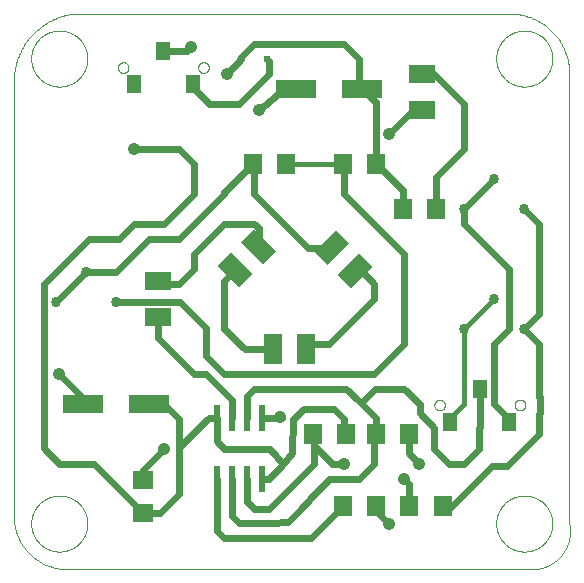
<source format=gtl>
G75*
%MOIN*%
%OFA0B0*%
%FSLAX25Y25*%
%IPPOS*%
%LPD*%
%AMOC8*
5,1,8,0,0,1.08239X$1,22.5*
%
%ADD10C,0.00000*%
%ADD11R,0.02362X0.08661*%
%ADD12R,0.06299X0.07087*%
%ADD13R,0.07087X0.06299*%
%ADD14R,0.02362X0.02362*%
%ADD15R,0.04724X0.06299*%
%ADD16R,0.06299X0.07098*%
%ADD17R,0.08661X0.05906*%
%ADD18C,0.03378*%
%ADD19R,0.06299X0.10236*%
%ADD20R,0.13780X0.06299*%
%ADD21C,0.01600*%
%ADD22C,0.02400*%
%ADD23C,0.04159*%
D10*
X0001138Y0016178D02*
X0001138Y0161178D01*
X0006788Y0171178D02*
X0006791Y0171407D01*
X0006799Y0171637D01*
X0006813Y0171866D01*
X0006833Y0172094D01*
X0006858Y0172323D01*
X0006889Y0172550D01*
X0006926Y0172776D01*
X0006968Y0173002D01*
X0007015Y0173227D01*
X0007068Y0173450D01*
X0007127Y0173672D01*
X0007191Y0173892D01*
X0007260Y0174111D01*
X0007335Y0174328D01*
X0007415Y0174543D01*
X0007500Y0174756D01*
X0007590Y0174967D01*
X0007686Y0175176D01*
X0007786Y0175382D01*
X0007892Y0175586D01*
X0008003Y0175787D01*
X0008118Y0175985D01*
X0008239Y0176180D01*
X0008364Y0176373D01*
X0008494Y0176562D01*
X0008628Y0176748D01*
X0008767Y0176930D01*
X0008910Y0177110D01*
X0009058Y0177285D01*
X0009210Y0177457D01*
X0009366Y0177625D01*
X0009527Y0177789D01*
X0009691Y0177950D01*
X0009859Y0178106D01*
X0010031Y0178258D01*
X0010206Y0178406D01*
X0010386Y0178549D01*
X0010568Y0178688D01*
X0010754Y0178822D01*
X0010943Y0178952D01*
X0011136Y0179077D01*
X0011331Y0179198D01*
X0011529Y0179313D01*
X0011730Y0179424D01*
X0011934Y0179530D01*
X0012140Y0179630D01*
X0012349Y0179726D01*
X0012560Y0179816D01*
X0012773Y0179901D01*
X0012988Y0179981D01*
X0013205Y0180056D01*
X0013424Y0180125D01*
X0013644Y0180189D01*
X0013866Y0180248D01*
X0014089Y0180301D01*
X0014314Y0180348D01*
X0014540Y0180390D01*
X0014766Y0180427D01*
X0014993Y0180458D01*
X0015222Y0180483D01*
X0015450Y0180503D01*
X0015679Y0180517D01*
X0015909Y0180525D01*
X0016138Y0180528D01*
X0016367Y0180525D01*
X0016597Y0180517D01*
X0016826Y0180503D01*
X0017054Y0180483D01*
X0017283Y0180458D01*
X0017510Y0180427D01*
X0017736Y0180390D01*
X0017962Y0180348D01*
X0018187Y0180301D01*
X0018410Y0180248D01*
X0018632Y0180189D01*
X0018852Y0180125D01*
X0019071Y0180056D01*
X0019288Y0179981D01*
X0019503Y0179901D01*
X0019716Y0179816D01*
X0019927Y0179726D01*
X0020136Y0179630D01*
X0020342Y0179530D01*
X0020546Y0179424D01*
X0020747Y0179313D01*
X0020945Y0179198D01*
X0021140Y0179077D01*
X0021333Y0178952D01*
X0021522Y0178822D01*
X0021708Y0178688D01*
X0021890Y0178549D01*
X0022070Y0178406D01*
X0022245Y0178258D01*
X0022417Y0178106D01*
X0022585Y0177950D01*
X0022749Y0177789D01*
X0022910Y0177625D01*
X0023066Y0177457D01*
X0023218Y0177285D01*
X0023366Y0177110D01*
X0023509Y0176930D01*
X0023648Y0176748D01*
X0023782Y0176562D01*
X0023912Y0176373D01*
X0024037Y0176180D01*
X0024158Y0175985D01*
X0024273Y0175787D01*
X0024384Y0175586D01*
X0024490Y0175382D01*
X0024590Y0175176D01*
X0024686Y0174967D01*
X0024776Y0174756D01*
X0024861Y0174543D01*
X0024941Y0174328D01*
X0025016Y0174111D01*
X0025085Y0173892D01*
X0025149Y0173672D01*
X0025208Y0173450D01*
X0025261Y0173227D01*
X0025308Y0173002D01*
X0025350Y0172776D01*
X0025387Y0172550D01*
X0025418Y0172323D01*
X0025443Y0172094D01*
X0025463Y0171866D01*
X0025477Y0171637D01*
X0025485Y0171407D01*
X0025488Y0171178D01*
X0025485Y0170949D01*
X0025477Y0170719D01*
X0025463Y0170490D01*
X0025443Y0170262D01*
X0025418Y0170033D01*
X0025387Y0169806D01*
X0025350Y0169580D01*
X0025308Y0169354D01*
X0025261Y0169129D01*
X0025208Y0168906D01*
X0025149Y0168684D01*
X0025085Y0168464D01*
X0025016Y0168245D01*
X0024941Y0168028D01*
X0024861Y0167813D01*
X0024776Y0167600D01*
X0024686Y0167389D01*
X0024590Y0167180D01*
X0024490Y0166974D01*
X0024384Y0166770D01*
X0024273Y0166569D01*
X0024158Y0166371D01*
X0024037Y0166176D01*
X0023912Y0165983D01*
X0023782Y0165794D01*
X0023648Y0165608D01*
X0023509Y0165426D01*
X0023366Y0165246D01*
X0023218Y0165071D01*
X0023066Y0164899D01*
X0022910Y0164731D01*
X0022749Y0164567D01*
X0022585Y0164406D01*
X0022417Y0164250D01*
X0022245Y0164098D01*
X0022070Y0163950D01*
X0021890Y0163807D01*
X0021708Y0163668D01*
X0021522Y0163534D01*
X0021333Y0163404D01*
X0021140Y0163279D01*
X0020945Y0163158D01*
X0020747Y0163043D01*
X0020546Y0162932D01*
X0020342Y0162826D01*
X0020136Y0162726D01*
X0019927Y0162630D01*
X0019716Y0162540D01*
X0019503Y0162455D01*
X0019288Y0162375D01*
X0019071Y0162300D01*
X0018852Y0162231D01*
X0018632Y0162167D01*
X0018410Y0162108D01*
X0018187Y0162055D01*
X0017962Y0162008D01*
X0017736Y0161966D01*
X0017510Y0161929D01*
X0017283Y0161898D01*
X0017054Y0161873D01*
X0016826Y0161853D01*
X0016597Y0161839D01*
X0016367Y0161831D01*
X0016138Y0161828D01*
X0015909Y0161831D01*
X0015679Y0161839D01*
X0015450Y0161853D01*
X0015222Y0161873D01*
X0014993Y0161898D01*
X0014766Y0161929D01*
X0014540Y0161966D01*
X0014314Y0162008D01*
X0014089Y0162055D01*
X0013866Y0162108D01*
X0013644Y0162167D01*
X0013424Y0162231D01*
X0013205Y0162300D01*
X0012988Y0162375D01*
X0012773Y0162455D01*
X0012560Y0162540D01*
X0012349Y0162630D01*
X0012140Y0162726D01*
X0011934Y0162826D01*
X0011730Y0162932D01*
X0011529Y0163043D01*
X0011331Y0163158D01*
X0011136Y0163279D01*
X0010943Y0163404D01*
X0010754Y0163534D01*
X0010568Y0163668D01*
X0010386Y0163807D01*
X0010206Y0163950D01*
X0010031Y0164098D01*
X0009859Y0164250D01*
X0009691Y0164406D01*
X0009527Y0164567D01*
X0009366Y0164731D01*
X0009210Y0164899D01*
X0009058Y0165071D01*
X0008910Y0165246D01*
X0008767Y0165426D01*
X0008628Y0165608D01*
X0008494Y0165794D01*
X0008364Y0165983D01*
X0008239Y0166176D01*
X0008118Y0166371D01*
X0008003Y0166569D01*
X0007892Y0166770D01*
X0007786Y0166974D01*
X0007686Y0167180D01*
X0007590Y0167389D01*
X0007500Y0167600D01*
X0007415Y0167813D01*
X0007335Y0168028D01*
X0007260Y0168245D01*
X0007191Y0168464D01*
X0007127Y0168684D01*
X0007068Y0168906D01*
X0007015Y0169129D01*
X0006968Y0169354D01*
X0006926Y0169580D01*
X0006889Y0169806D01*
X0006858Y0170033D01*
X0006833Y0170262D01*
X0006813Y0170490D01*
X0006799Y0170719D01*
X0006791Y0170949D01*
X0006788Y0171178D01*
X0021138Y0186178D02*
X0166138Y0186178D01*
X0161788Y0171178D02*
X0161791Y0171407D01*
X0161799Y0171637D01*
X0161813Y0171866D01*
X0161833Y0172094D01*
X0161858Y0172323D01*
X0161889Y0172550D01*
X0161926Y0172776D01*
X0161968Y0173002D01*
X0162015Y0173227D01*
X0162068Y0173450D01*
X0162127Y0173672D01*
X0162191Y0173892D01*
X0162260Y0174111D01*
X0162335Y0174328D01*
X0162415Y0174543D01*
X0162500Y0174756D01*
X0162590Y0174967D01*
X0162686Y0175176D01*
X0162786Y0175382D01*
X0162892Y0175586D01*
X0163003Y0175787D01*
X0163118Y0175985D01*
X0163239Y0176180D01*
X0163364Y0176373D01*
X0163494Y0176562D01*
X0163628Y0176748D01*
X0163767Y0176930D01*
X0163910Y0177110D01*
X0164058Y0177285D01*
X0164210Y0177457D01*
X0164366Y0177625D01*
X0164527Y0177789D01*
X0164691Y0177950D01*
X0164859Y0178106D01*
X0165031Y0178258D01*
X0165206Y0178406D01*
X0165386Y0178549D01*
X0165568Y0178688D01*
X0165754Y0178822D01*
X0165943Y0178952D01*
X0166136Y0179077D01*
X0166331Y0179198D01*
X0166529Y0179313D01*
X0166730Y0179424D01*
X0166934Y0179530D01*
X0167140Y0179630D01*
X0167349Y0179726D01*
X0167560Y0179816D01*
X0167773Y0179901D01*
X0167988Y0179981D01*
X0168205Y0180056D01*
X0168424Y0180125D01*
X0168644Y0180189D01*
X0168866Y0180248D01*
X0169089Y0180301D01*
X0169314Y0180348D01*
X0169540Y0180390D01*
X0169766Y0180427D01*
X0169993Y0180458D01*
X0170222Y0180483D01*
X0170450Y0180503D01*
X0170679Y0180517D01*
X0170909Y0180525D01*
X0171138Y0180528D01*
X0171367Y0180525D01*
X0171597Y0180517D01*
X0171826Y0180503D01*
X0172054Y0180483D01*
X0172283Y0180458D01*
X0172510Y0180427D01*
X0172736Y0180390D01*
X0172962Y0180348D01*
X0173187Y0180301D01*
X0173410Y0180248D01*
X0173632Y0180189D01*
X0173852Y0180125D01*
X0174071Y0180056D01*
X0174288Y0179981D01*
X0174503Y0179901D01*
X0174716Y0179816D01*
X0174927Y0179726D01*
X0175136Y0179630D01*
X0175342Y0179530D01*
X0175546Y0179424D01*
X0175747Y0179313D01*
X0175945Y0179198D01*
X0176140Y0179077D01*
X0176333Y0178952D01*
X0176522Y0178822D01*
X0176708Y0178688D01*
X0176890Y0178549D01*
X0177070Y0178406D01*
X0177245Y0178258D01*
X0177417Y0178106D01*
X0177585Y0177950D01*
X0177749Y0177789D01*
X0177910Y0177625D01*
X0178066Y0177457D01*
X0178218Y0177285D01*
X0178366Y0177110D01*
X0178509Y0176930D01*
X0178648Y0176748D01*
X0178782Y0176562D01*
X0178912Y0176373D01*
X0179037Y0176180D01*
X0179158Y0175985D01*
X0179273Y0175787D01*
X0179384Y0175586D01*
X0179490Y0175382D01*
X0179590Y0175176D01*
X0179686Y0174967D01*
X0179776Y0174756D01*
X0179861Y0174543D01*
X0179941Y0174328D01*
X0180016Y0174111D01*
X0180085Y0173892D01*
X0180149Y0173672D01*
X0180208Y0173450D01*
X0180261Y0173227D01*
X0180308Y0173002D01*
X0180350Y0172776D01*
X0180387Y0172550D01*
X0180418Y0172323D01*
X0180443Y0172094D01*
X0180463Y0171866D01*
X0180477Y0171637D01*
X0180485Y0171407D01*
X0180488Y0171178D01*
X0180485Y0170949D01*
X0180477Y0170719D01*
X0180463Y0170490D01*
X0180443Y0170262D01*
X0180418Y0170033D01*
X0180387Y0169806D01*
X0180350Y0169580D01*
X0180308Y0169354D01*
X0180261Y0169129D01*
X0180208Y0168906D01*
X0180149Y0168684D01*
X0180085Y0168464D01*
X0180016Y0168245D01*
X0179941Y0168028D01*
X0179861Y0167813D01*
X0179776Y0167600D01*
X0179686Y0167389D01*
X0179590Y0167180D01*
X0179490Y0166974D01*
X0179384Y0166770D01*
X0179273Y0166569D01*
X0179158Y0166371D01*
X0179037Y0166176D01*
X0178912Y0165983D01*
X0178782Y0165794D01*
X0178648Y0165608D01*
X0178509Y0165426D01*
X0178366Y0165246D01*
X0178218Y0165071D01*
X0178066Y0164899D01*
X0177910Y0164731D01*
X0177749Y0164567D01*
X0177585Y0164406D01*
X0177417Y0164250D01*
X0177245Y0164098D01*
X0177070Y0163950D01*
X0176890Y0163807D01*
X0176708Y0163668D01*
X0176522Y0163534D01*
X0176333Y0163404D01*
X0176140Y0163279D01*
X0175945Y0163158D01*
X0175747Y0163043D01*
X0175546Y0162932D01*
X0175342Y0162826D01*
X0175136Y0162726D01*
X0174927Y0162630D01*
X0174716Y0162540D01*
X0174503Y0162455D01*
X0174288Y0162375D01*
X0174071Y0162300D01*
X0173852Y0162231D01*
X0173632Y0162167D01*
X0173410Y0162108D01*
X0173187Y0162055D01*
X0172962Y0162008D01*
X0172736Y0161966D01*
X0172510Y0161929D01*
X0172283Y0161898D01*
X0172054Y0161873D01*
X0171826Y0161853D01*
X0171597Y0161839D01*
X0171367Y0161831D01*
X0171138Y0161828D01*
X0170909Y0161831D01*
X0170679Y0161839D01*
X0170450Y0161853D01*
X0170222Y0161873D01*
X0169993Y0161898D01*
X0169766Y0161929D01*
X0169540Y0161966D01*
X0169314Y0162008D01*
X0169089Y0162055D01*
X0168866Y0162108D01*
X0168644Y0162167D01*
X0168424Y0162231D01*
X0168205Y0162300D01*
X0167988Y0162375D01*
X0167773Y0162455D01*
X0167560Y0162540D01*
X0167349Y0162630D01*
X0167140Y0162726D01*
X0166934Y0162826D01*
X0166730Y0162932D01*
X0166529Y0163043D01*
X0166331Y0163158D01*
X0166136Y0163279D01*
X0165943Y0163404D01*
X0165754Y0163534D01*
X0165568Y0163668D01*
X0165386Y0163807D01*
X0165206Y0163950D01*
X0165031Y0164098D01*
X0164859Y0164250D01*
X0164691Y0164406D01*
X0164527Y0164567D01*
X0164366Y0164731D01*
X0164210Y0164899D01*
X0164058Y0165071D01*
X0163910Y0165246D01*
X0163767Y0165426D01*
X0163628Y0165608D01*
X0163494Y0165794D01*
X0163364Y0165983D01*
X0163239Y0166176D01*
X0163118Y0166371D01*
X0163003Y0166569D01*
X0162892Y0166770D01*
X0162786Y0166974D01*
X0162686Y0167180D01*
X0162590Y0167389D01*
X0162500Y0167600D01*
X0162415Y0167813D01*
X0162335Y0168028D01*
X0162260Y0168245D01*
X0162191Y0168464D01*
X0162127Y0168684D01*
X0162068Y0168906D01*
X0162015Y0169129D01*
X0161968Y0169354D01*
X0161926Y0169580D01*
X0161889Y0169806D01*
X0161858Y0170033D01*
X0161833Y0170262D01*
X0161813Y0170490D01*
X0161799Y0170719D01*
X0161791Y0170949D01*
X0161788Y0171178D01*
X0166138Y0186178D02*
X0166621Y0186172D01*
X0167104Y0186155D01*
X0167587Y0186125D01*
X0168068Y0186085D01*
X0168549Y0186032D01*
X0169028Y0185968D01*
X0169505Y0185893D01*
X0169981Y0185805D01*
X0170454Y0185707D01*
X0170924Y0185597D01*
X0171392Y0185476D01*
X0171857Y0185343D01*
X0172318Y0185199D01*
X0172776Y0185044D01*
X0173230Y0184878D01*
X0173680Y0184701D01*
X0174125Y0184514D01*
X0174566Y0184315D01*
X0175002Y0184107D01*
X0175432Y0183887D01*
X0175858Y0183657D01*
X0176277Y0183417D01*
X0176691Y0183167D01*
X0177098Y0182907D01*
X0177499Y0182638D01*
X0177894Y0182358D01*
X0178281Y0182070D01*
X0178662Y0181771D01*
X0179035Y0181464D01*
X0179400Y0181148D01*
X0179758Y0180823D01*
X0180108Y0180490D01*
X0180450Y0180148D01*
X0180783Y0179798D01*
X0181108Y0179440D01*
X0181424Y0179075D01*
X0181731Y0178702D01*
X0182030Y0178321D01*
X0182318Y0177934D01*
X0182598Y0177539D01*
X0182867Y0177138D01*
X0183127Y0176731D01*
X0183377Y0176317D01*
X0183617Y0175898D01*
X0183847Y0175472D01*
X0184067Y0175042D01*
X0184275Y0174606D01*
X0184474Y0174165D01*
X0184661Y0173720D01*
X0184838Y0173270D01*
X0185004Y0172816D01*
X0185159Y0172358D01*
X0185303Y0171897D01*
X0185436Y0171432D01*
X0185557Y0170964D01*
X0185667Y0170494D01*
X0185765Y0170021D01*
X0185853Y0169545D01*
X0185928Y0169068D01*
X0185992Y0168589D01*
X0186045Y0168108D01*
X0186085Y0167627D01*
X0186115Y0167144D01*
X0186132Y0166661D01*
X0186138Y0166178D01*
X0186138Y0016178D01*
X0186195Y0015875D01*
X0186245Y0015571D01*
X0186287Y0015266D01*
X0186321Y0014960D01*
X0186349Y0014653D01*
X0186369Y0014346D01*
X0186381Y0014038D01*
X0186386Y0013730D01*
X0186383Y0013422D01*
X0186374Y0013114D01*
X0186356Y0012806D01*
X0186331Y0012499D01*
X0186299Y0012193D01*
X0186260Y0011887D01*
X0186213Y0011583D01*
X0186158Y0011280D01*
X0186097Y0010978D01*
X0186028Y0010678D01*
X0185952Y0010379D01*
X0185868Y0010082D01*
X0185778Y0009788D01*
X0185680Y0009496D01*
X0185576Y0009206D01*
X0185464Y0008919D01*
X0185346Y0008634D01*
X0185221Y0008353D01*
X0185089Y0008075D01*
X0184950Y0007800D01*
X0184804Y0007528D01*
X0184653Y0007260D01*
X0184494Y0006996D01*
X0184330Y0006735D01*
X0184159Y0006479D01*
X0183982Y0006227D01*
X0183799Y0005979D01*
X0183610Y0005736D01*
X0183415Y0005497D01*
X0183214Y0005263D01*
X0183008Y0005034D01*
X0182797Y0004811D01*
X0182580Y0004592D01*
X0182357Y0004378D01*
X0182130Y0004170D01*
X0181898Y0003968D01*
X0181661Y0003771D01*
X0181419Y0003580D01*
X0181173Y0003395D01*
X0180922Y0003216D01*
X0180667Y0003043D01*
X0180408Y0002876D01*
X0180145Y0002716D01*
X0179879Y0002562D01*
X0179608Y0002414D01*
X0179334Y0002273D01*
X0179057Y0002139D01*
X0178777Y0002012D01*
X0178493Y0001891D01*
X0178207Y0001777D01*
X0177918Y0001670D01*
X0177627Y0001570D01*
X0177333Y0001477D01*
X0177037Y0001391D01*
X0176739Y0001313D01*
X0176439Y0001242D01*
X0176138Y0001178D01*
X0166138Y0001178D01*
X0026138Y0001178D01*
X0021138Y0001178D01*
X0026138Y0001178D01*
X0006788Y0016178D02*
X0006791Y0016407D01*
X0006799Y0016637D01*
X0006813Y0016866D01*
X0006833Y0017094D01*
X0006858Y0017323D01*
X0006889Y0017550D01*
X0006926Y0017776D01*
X0006968Y0018002D01*
X0007015Y0018227D01*
X0007068Y0018450D01*
X0007127Y0018672D01*
X0007191Y0018892D01*
X0007260Y0019111D01*
X0007335Y0019328D01*
X0007415Y0019543D01*
X0007500Y0019756D01*
X0007590Y0019967D01*
X0007686Y0020176D01*
X0007786Y0020382D01*
X0007892Y0020586D01*
X0008003Y0020787D01*
X0008118Y0020985D01*
X0008239Y0021180D01*
X0008364Y0021373D01*
X0008494Y0021562D01*
X0008628Y0021748D01*
X0008767Y0021930D01*
X0008910Y0022110D01*
X0009058Y0022285D01*
X0009210Y0022457D01*
X0009366Y0022625D01*
X0009527Y0022789D01*
X0009691Y0022950D01*
X0009859Y0023106D01*
X0010031Y0023258D01*
X0010206Y0023406D01*
X0010386Y0023549D01*
X0010568Y0023688D01*
X0010754Y0023822D01*
X0010943Y0023952D01*
X0011136Y0024077D01*
X0011331Y0024198D01*
X0011529Y0024313D01*
X0011730Y0024424D01*
X0011934Y0024530D01*
X0012140Y0024630D01*
X0012349Y0024726D01*
X0012560Y0024816D01*
X0012773Y0024901D01*
X0012988Y0024981D01*
X0013205Y0025056D01*
X0013424Y0025125D01*
X0013644Y0025189D01*
X0013866Y0025248D01*
X0014089Y0025301D01*
X0014314Y0025348D01*
X0014540Y0025390D01*
X0014766Y0025427D01*
X0014993Y0025458D01*
X0015222Y0025483D01*
X0015450Y0025503D01*
X0015679Y0025517D01*
X0015909Y0025525D01*
X0016138Y0025528D01*
X0016367Y0025525D01*
X0016597Y0025517D01*
X0016826Y0025503D01*
X0017054Y0025483D01*
X0017283Y0025458D01*
X0017510Y0025427D01*
X0017736Y0025390D01*
X0017962Y0025348D01*
X0018187Y0025301D01*
X0018410Y0025248D01*
X0018632Y0025189D01*
X0018852Y0025125D01*
X0019071Y0025056D01*
X0019288Y0024981D01*
X0019503Y0024901D01*
X0019716Y0024816D01*
X0019927Y0024726D01*
X0020136Y0024630D01*
X0020342Y0024530D01*
X0020546Y0024424D01*
X0020747Y0024313D01*
X0020945Y0024198D01*
X0021140Y0024077D01*
X0021333Y0023952D01*
X0021522Y0023822D01*
X0021708Y0023688D01*
X0021890Y0023549D01*
X0022070Y0023406D01*
X0022245Y0023258D01*
X0022417Y0023106D01*
X0022585Y0022950D01*
X0022749Y0022789D01*
X0022910Y0022625D01*
X0023066Y0022457D01*
X0023218Y0022285D01*
X0023366Y0022110D01*
X0023509Y0021930D01*
X0023648Y0021748D01*
X0023782Y0021562D01*
X0023912Y0021373D01*
X0024037Y0021180D01*
X0024158Y0020985D01*
X0024273Y0020787D01*
X0024384Y0020586D01*
X0024490Y0020382D01*
X0024590Y0020176D01*
X0024686Y0019967D01*
X0024776Y0019756D01*
X0024861Y0019543D01*
X0024941Y0019328D01*
X0025016Y0019111D01*
X0025085Y0018892D01*
X0025149Y0018672D01*
X0025208Y0018450D01*
X0025261Y0018227D01*
X0025308Y0018002D01*
X0025350Y0017776D01*
X0025387Y0017550D01*
X0025418Y0017323D01*
X0025443Y0017094D01*
X0025463Y0016866D01*
X0025477Y0016637D01*
X0025485Y0016407D01*
X0025488Y0016178D01*
X0025485Y0015949D01*
X0025477Y0015719D01*
X0025463Y0015490D01*
X0025443Y0015262D01*
X0025418Y0015033D01*
X0025387Y0014806D01*
X0025350Y0014580D01*
X0025308Y0014354D01*
X0025261Y0014129D01*
X0025208Y0013906D01*
X0025149Y0013684D01*
X0025085Y0013464D01*
X0025016Y0013245D01*
X0024941Y0013028D01*
X0024861Y0012813D01*
X0024776Y0012600D01*
X0024686Y0012389D01*
X0024590Y0012180D01*
X0024490Y0011974D01*
X0024384Y0011770D01*
X0024273Y0011569D01*
X0024158Y0011371D01*
X0024037Y0011176D01*
X0023912Y0010983D01*
X0023782Y0010794D01*
X0023648Y0010608D01*
X0023509Y0010426D01*
X0023366Y0010246D01*
X0023218Y0010071D01*
X0023066Y0009899D01*
X0022910Y0009731D01*
X0022749Y0009567D01*
X0022585Y0009406D01*
X0022417Y0009250D01*
X0022245Y0009098D01*
X0022070Y0008950D01*
X0021890Y0008807D01*
X0021708Y0008668D01*
X0021522Y0008534D01*
X0021333Y0008404D01*
X0021140Y0008279D01*
X0020945Y0008158D01*
X0020747Y0008043D01*
X0020546Y0007932D01*
X0020342Y0007826D01*
X0020136Y0007726D01*
X0019927Y0007630D01*
X0019716Y0007540D01*
X0019503Y0007455D01*
X0019288Y0007375D01*
X0019071Y0007300D01*
X0018852Y0007231D01*
X0018632Y0007167D01*
X0018410Y0007108D01*
X0018187Y0007055D01*
X0017962Y0007008D01*
X0017736Y0006966D01*
X0017510Y0006929D01*
X0017283Y0006898D01*
X0017054Y0006873D01*
X0016826Y0006853D01*
X0016597Y0006839D01*
X0016367Y0006831D01*
X0016138Y0006828D01*
X0015909Y0006831D01*
X0015679Y0006839D01*
X0015450Y0006853D01*
X0015222Y0006873D01*
X0014993Y0006898D01*
X0014766Y0006929D01*
X0014540Y0006966D01*
X0014314Y0007008D01*
X0014089Y0007055D01*
X0013866Y0007108D01*
X0013644Y0007167D01*
X0013424Y0007231D01*
X0013205Y0007300D01*
X0012988Y0007375D01*
X0012773Y0007455D01*
X0012560Y0007540D01*
X0012349Y0007630D01*
X0012140Y0007726D01*
X0011934Y0007826D01*
X0011730Y0007932D01*
X0011529Y0008043D01*
X0011331Y0008158D01*
X0011136Y0008279D01*
X0010943Y0008404D01*
X0010754Y0008534D01*
X0010568Y0008668D01*
X0010386Y0008807D01*
X0010206Y0008950D01*
X0010031Y0009098D01*
X0009859Y0009250D01*
X0009691Y0009406D01*
X0009527Y0009567D01*
X0009366Y0009731D01*
X0009210Y0009899D01*
X0009058Y0010071D01*
X0008910Y0010246D01*
X0008767Y0010426D01*
X0008628Y0010608D01*
X0008494Y0010794D01*
X0008364Y0010983D01*
X0008239Y0011176D01*
X0008118Y0011371D01*
X0008003Y0011569D01*
X0007892Y0011770D01*
X0007786Y0011974D01*
X0007686Y0012180D01*
X0007590Y0012389D01*
X0007500Y0012600D01*
X0007415Y0012813D01*
X0007335Y0013028D01*
X0007260Y0013245D01*
X0007191Y0013464D01*
X0007127Y0013684D01*
X0007068Y0013906D01*
X0007015Y0014129D01*
X0006968Y0014354D01*
X0006926Y0014580D01*
X0006889Y0014806D01*
X0006858Y0015033D01*
X0006833Y0015262D01*
X0006813Y0015490D01*
X0006799Y0015719D01*
X0006791Y0015949D01*
X0006788Y0016178D01*
X0001138Y0016178D02*
X0001203Y0015756D01*
X0001279Y0015335D01*
X0001365Y0014917D01*
X0001461Y0014501D01*
X0001567Y0014087D01*
X0001683Y0013676D01*
X0001808Y0013267D01*
X0001944Y0012862D01*
X0002089Y0012461D01*
X0002245Y0012062D01*
X0002409Y0011668D01*
X0002583Y0011278D01*
X0002767Y0010892D01*
X0002960Y0010511D01*
X0003161Y0010135D01*
X0003372Y0009763D01*
X0003592Y0009397D01*
X0003821Y0009036D01*
X0004058Y0008681D01*
X0004304Y0008332D01*
X0004558Y0007988D01*
X0004821Y0007651D01*
X0005091Y0007320D01*
X0005370Y0006996D01*
X0005656Y0006679D01*
X0005949Y0006369D01*
X0006251Y0006066D01*
X0006559Y0005770D01*
X0006874Y0005482D01*
X0007197Y0005202D01*
X0007526Y0004929D01*
X0007861Y0004665D01*
X0008203Y0004408D01*
X0008551Y0004160D01*
X0008904Y0003921D01*
X0009264Y0003690D01*
X0009629Y0003468D01*
X0009999Y0003255D01*
X0010374Y0003050D01*
X0010754Y0002855D01*
X0011139Y0002669D01*
X0011528Y0002493D01*
X0011921Y0002326D01*
X0012318Y0002168D01*
X0012719Y0002020D01*
X0013123Y0001882D01*
X0013531Y0001754D01*
X0013941Y0001635D01*
X0014354Y0001527D01*
X0014770Y0001428D01*
X0015188Y0001340D01*
X0015608Y0001262D01*
X0016030Y0001194D01*
X0016453Y0001136D01*
X0016877Y0001088D01*
X0017303Y0001050D01*
X0017729Y0001023D01*
X0018156Y0001007D01*
X0018583Y0001000D01*
X0019010Y0001004D01*
X0019437Y0001018D01*
X0019864Y0001043D01*
X0020290Y0001077D01*
X0020714Y0001122D01*
X0021138Y0001178D01*
X0141138Y0055666D02*
X0141140Y0055750D01*
X0141146Y0055833D01*
X0141156Y0055916D01*
X0141170Y0055999D01*
X0141187Y0056081D01*
X0141209Y0056162D01*
X0141234Y0056241D01*
X0141263Y0056320D01*
X0141296Y0056397D01*
X0141332Y0056472D01*
X0141372Y0056546D01*
X0141415Y0056618D01*
X0141462Y0056687D01*
X0141512Y0056754D01*
X0141565Y0056819D01*
X0141621Y0056881D01*
X0141679Y0056941D01*
X0141741Y0056998D01*
X0141805Y0057051D01*
X0141872Y0057102D01*
X0141941Y0057149D01*
X0142012Y0057194D01*
X0142085Y0057234D01*
X0142160Y0057271D01*
X0142237Y0057305D01*
X0142315Y0057335D01*
X0142394Y0057361D01*
X0142475Y0057384D01*
X0142557Y0057402D01*
X0142639Y0057417D01*
X0142722Y0057428D01*
X0142805Y0057435D01*
X0142889Y0057438D01*
X0142973Y0057437D01*
X0143056Y0057432D01*
X0143140Y0057423D01*
X0143222Y0057410D01*
X0143304Y0057394D01*
X0143385Y0057373D01*
X0143466Y0057349D01*
X0143544Y0057321D01*
X0143622Y0057289D01*
X0143698Y0057253D01*
X0143772Y0057214D01*
X0143844Y0057172D01*
X0143914Y0057126D01*
X0143982Y0057077D01*
X0144047Y0057025D01*
X0144110Y0056970D01*
X0144170Y0056912D01*
X0144228Y0056851D01*
X0144282Y0056787D01*
X0144334Y0056721D01*
X0144382Y0056653D01*
X0144427Y0056582D01*
X0144468Y0056509D01*
X0144507Y0056435D01*
X0144541Y0056359D01*
X0144572Y0056281D01*
X0144599Y0056202D01*
X0144623Y0056121D01*
X0144642Y0056040D01*
X0144658Y0055958D01*
X0144670Y0055875D01*
X0144678Y0055791D01*
X0144682Y0055708D01*
X0144682Y0055624D01*
X0144678Y0055541D01*
X0144670Y0055457D01*
X0144658Y0055374D01*
X0144642Y0055292D01*
X0144623Y0055211D01*
X0144599Y0055130D01*
X0144572Y0055051D01*
X0144541Y0054973D01*
X0144507Y0054897D01*
X0144468Y0054823D01*
X0144427Y0054750D01*
X0144382Y0054679D01*
X0144334Y0054611D01*
X0144282Y0054545D01*
X0144228Y0054481D01*
X0144170Y0054420D01*
X0144110Y0054362D01*
X0144047Y0054307D01*
X0143982Y0054255D01*
X0143914Y0054206D01*
X0143844Y0054160D01*
X0143772Y0054118D01*
X0143698Y0054079D01*
X0143622Y0054043D01*
X0143544Y0054011D01*
X0143466Y0053983D01*
X0143385Y0053959D01*
X0143304Y0053938D01*
X0143222Y0053922D01*
X0143140Y0053909D01*
X0143056Y0053900D01*
X0142973Y0053895D01*
X0142889Y0053894D01*
X0142805Y0053897D01*
X0142722Y0053904D01*
X0142639Y0053915D01*
X0142557Y0053930D01*
X0142475Y0053948D01*
X0142394Y0053971D01*
X0142315Y0053997D01*
X0142237Y0054027D01*
X0142160Y0054061D01*
X0142085Y0054098D01*
X0142012Y0054138D01*
X0141941Y0054183D01*
X0141872Y0054230D01*
X0141805Y0054281D01*
X0141741Y0054334D01*
X0141679Y0054391D01*
X0141621Y0054451D01*
X0141565Y0054513D01*
X0141512Y0054578D01*
X0141462Y0054645D01*
X0141415Y0054714D01*
X0141372Y0054786D01*
X0141332Y0054860D01*
X0141296Y0054935D01*
X0141263Y0055012D01*
X0141234Y0055091D01*
X0141209Y0055170D01*
X0141187Y0055251D01*
X0141170Y0055333D01*
X0141156Y0055416D01*
X0141146Y0055499D01*
X0141140Y0055582D01*
X0141138Y0055666D01*
X0167910Y0055666D02*
X0167912Y0055750D01*
X0167918Y0055833D01*
X0167928Y0055916D01*
X0167942Y0055999D01*
X0167959Y0056081D01*
X0167981Y0056162D01*
X0168006Y0056241D01*
X0168035Y0056320D01*
X0168068Y0056397D01*
X0168104Y0056472D01*
X0168144Y0056546D01*
X0168187Y0056618D01*
X0168234Y0056687D01*
X0168284Y0056754D01*
X0168337Y0056819D01*
X0168393Y0056881D01*
X0168451Y0056941D01*
X0168513Y0056998D01*
X0168577Y0057051D01*
X0168644Y0057102D01*
X0168713Y0057149D01*
X0168784Y0057194D01*
X0168857Y0057234D01*
X0168932Y0057271D01*
X0169009Y0057305D01*
X0169087Y0057335D01*
X0169166Y0057361D01*
X0169247Y0057384D01*
X0169329Y0057402D01*
X0169411Y0057417D01*
X0169494Y0057428D01*
X0169577Y0057435D01*
X0169661Y0057438D01*
X0169745Y0057437D01*
X0169828Y0057432D01*
X0169912Y0057423D01*
X0169994Y0057410D01*
X0170076Y0057394D01*
X0170157Y0057373D01*
X0170238Y0057349D01*
X0170316Y0057321D01*
X0170394Y0057289D01*
X0170470Y0057253D01*
X0170544Y0057214D01*
X0170616Y0057172D01*
X0170686Y0057126D01*
X0170754Y0057077D01*
X0170819Y0057025D01*
X0170882Y0056970D01*
X0170942Y0056912D01*
X0171000Y0056851D01*
X0171054Y0056787D01*
X0171106Y0056721D01*
X0171154Y0056653D01*
X0171199Y0056582D01*
X0171240Y0056509D01*
X0171279Y0056435D01*
X0171313Y0056359D01*
X0171344Y0056281D01*
X0171371Y0056202D01*
X0171395Y0056121D01*
X0171414Y0056040D01*
X0171430Y0055958D01*
X0171442Y0055875D01*
X0171450Y0055791D01*
X0171454Y0055708D01*
X0171454Y0055624D01*
X0171450Y0055541D01*
X0171442Y0055457D01*
X0171430Y0055374D01*
X0171414Y0055292D01*
X0171395Y0055211D01*
X0171371Y0055130D01*
X0171344Y0055051D01*
X0171313Y0054973D01*
X0171279Y0054897D01*
X0171240Y0054823D01*
X0171199Y0054750D01*
X0171154Y0054679D01*
X0171106Y0054611D01*
X0171054Y0054545D01*
X0171000Y0054481D01*
X0170942Y0054420D01*
X0170882Y0054362D01*
X0170819Y0054307D01*
X0170754Y0054255D01*
X0170686Y0054206D01*
X0170616Y0054160D01*
X0170544Y0054118D01*
X0170470Y0054079D01*
X0170394Y0054043D01*
X0170316Y0054011D01*
X0170238Y0053983D01*
X0170157Y0053959D01*
X0170076Y0053938D01*
X0169994Y0053922D01*
X0169912Y0053909D01*
X0169828Y0053900D01*
X0169745Y0053895D01*
X0169661Y0053894D01*
X0169577Y0053897D01*
X0169494Y0053904D01*
X0169411Y0053915D01*
X0169329Y0053930D01*
X0169247Y0053948D01*
X0169166Y0053971D01*
X0169087Y0053997D01*
X0169009Y0054027D01*
X0168932Y0054061D01*
X0168857Y0054098D01*
X0168784Y0054138D01*
X0168713Y0054183D01*
X0168644Y0054230D01*
X0168577Y0054281D01*
X0168513Y0054334D01*
X0168451Y0054391D01*
X0168393Y0054451D01*
X0168337Y0054513D01*
X0168284Y0054578D01*
X0168234Y0054645D01*
X0168187Y0054714D01*
X0168144Y0054786D01*
X0168104Y0054860D01*
X0168068Y0054935D01*
X0168035Y0055012D01*
X0168006Y0055091D01*
X0167981Y0055170D01*
X0167959Y0055251D01*
X0167942Y0055333D01*
X0167928Y0055416D01*
X0167918Y0055499D01*
X0167912Y0055582D01*
X0167910Y0055666D01*
X0161788Y0016178D02*
X0161791Y0016407D01*
X0161799Y0016637D01*
X0161813Y0016866D01*
X0161833Y0017094D01*
X0161858Y0017323D01*
X0161889Y0017550D01*
X0161926Y0017776D01*
X0161968Y0018002D01*
X0162015Y0018227D01*
X0162068Y0018450D01*
X0162127Y0018672D01*
X0162191Y0018892D01*
X0162260Y0019111D01*
X0162335Y0019328D01*
X0162415Y0019543D01*
X0162500Y0019756D01*
X0162590Y0019967D01*
X0162686Y0020176D01*
X0162786Y0020382D01*
X0162892Y0020586D01*
X0163003Y0020787D01*
X0163118Y0020985D01*
X0163239Y0021180D01*
X0163364Y0021373D01*
X0163494Y0021562D01*
X0163628Y0021748D01*
X0163767Y0021930D01*
X0163910Y0022110D01*
X0164058Y0022285D01*
X0164210Y0022457D01*
X0164366Y0022625D01*
X0164527Y0022789D01*
X0164691Y0022950D01*
X0164859Y0023106D01*
X0165031Y0023258D01*
X0165206Y0023406D01*
X0165386Y0023549D01*
X0165568Y0023688D01*
X0165754Y0023822D01*
X0165943Y0023952D01*
X0166136Y0024077D01*
X0166331Y0024198D01*
X0166529Y0024313D01*
X0166730Y0024424D01*
X0166934Y0024530D01*
X0167140Y0024630D01*
X0167349Y0024726D01*
X0167560Y0024816D01*
X0167773Y0024901D01*
X0167988Y0024981D01*
X0168205Y0025056D01*
X0168424Y0025125D01*
X0168644Y0025189D01*
X0168866Y0025248D01*
X0169089Y0025301D01*
X0169314Y0025348D01*
X0169540Y0025390D01*
X0169766Y0025427D01*
X0169993Y0025458D01*
X0170222Y0025483D01*
X0170450Y0025503D01*
X0170679Y0025517D01*
X0170909Y0025525D01*
X0171138Y0025528D01*
X0171367Y0025525D01*
X0171597Y0025517D01*
X0171826Y0025503D01*
X0172054Y0025483D01*
X0172283Y0025458D01*
X0172510Y0025427D01*
X0172736Y0025390D01*
X0172962Y0025348D01*
X0173187Y0025301D01*
X0173410Y0025248D01*
X0173632Y0025189D01*
X0173852Y0025125D01*
X0174071Y0025056D01*
X0174288Y0024981D01*
X0174503Y0024901D01*
X0174716Y0024816D01*
X0174927Y0024726D01*
X0175136Y0024630D01*
X0175342Y0024530D01*
X0175546Y0024424D01*
X0175747Y0024313D01*
X0175945Y0024198D01*
X0176140Y0024077D01*
X0176333Y0023952D01*
X0176522Y0023822D01*
X0176708Y0023688D01*
X0176890Y0023549D01*
X0177070Y0023406D01*
X0177245Y0023258D01*
X0177417Y0023106D01*
X0177585Y0022950D01*
X0177749Y0022789D01*
X0177910Y0022625D01*
X0178066Y0022457D01*
X0178218Y0022285D01*
X0178366Y0022110D01*
X0178509Y0021930D01*
X0178648Y0021748D01*
X0178782Y0021562D01*
X0178912Y0021373D01*
X0179037Y0021180D01*
X0179158Y0020985D01*
X0179273Y0020787D01*
X0179384Y0020586D01*
X0179490Y0020382D01*
X0179590Y0020176D01*
X0179686Y0019967D01*
X0179776Y0019756D01*
X0179861Y0019543D01*
X0179941Y0019328D01*
X0180016Y0019111D01*
X0180085Y0018892D01*
X0180149Y0018672D01*
X0180208Y0018450D01*
X0180261Y0018227D01*
X0180308Y0018002D01*
X0180350Y0017776D01*
X0180387Y0017550D01*
X0180418Y0017323D01*
X0180443Y0017094D01*
X0180463Y0016866D01*
X0180477Y0016637D01*
X0180485Y0016407D01*
X0180488Y0016178D01*
X0180485Y0015949D01*
X0180477Y0015719D01*
X0180463Y0015490D01*
X0180443Y0015262D01*
X0180418Y0015033D01*
X0180387Y0014806D01*
X0180350Y0014580D01*
X0180308Y0014354D01*
X0180261Y0014129D01*
X0180208Y0013906D01*
X0180149Y0013684D01*
X0180085Y0013464D01*
X0180016Y0013245D01*
X0179941Y0013028D01*
X0179861Y0012813D01*
X0179776Y0012600D01*
X0179686Y0012389D01*
X0179590Y0012180D01*
X0179490Y0011974D01*
X0179384Y0011770D01*
X0179273Y0011569D01*
X0179158Y0011371D01*
X0179037Y0011176D01*
X0178912Y0010983D01*
X0178782Y0010794D01*
X0178648Y0010608D01*
X0178509Y0010426D01*
X0178366Y0010246D01*
X0178218Y0010071D01*
X0178066Y0009899D01*
X0177910Y0009731D01*
X0177749Y0009567D01*
X0177585Y0009406D01*
X0177417Y0009250D01*
X0177245Y0009098D01*
X0177070Y0008950D01*
X0176890Y0008807D01*
X0176708Y0008668D01*
X0176522Y0008534D01*
X0176333Y0008404D01*
X0176140Y0008279D01*
X0175945Y0008158D01*
X0175747Y0008043D01*
X0175546Y0007932D01*
X0175342Y0007826D01*
X0175136Y0007726D01*
X0174927Y0007630D01*
X0174716Y0007540D01*
X0174503Y0007455D01*
X0174288Y0007375D01*
X0174071Y0007300D01*
X0173852Y0007231D01*
X0173632Y0007167D01*
X0173410Y0007108D01*
X0173187Y0007055D01*
X0172962Y0007008D01*
X0172736Y0006966D01*
X0172510Y0006929D01*
X0172283Y0006898D01*
X0172054Y0006873D01*
X0171826Y0006853D01*
X0171597Y0006839D01*
X0171367Y0006831D01*
X0171138Y0006828D01*
X0170909Y0006831D01*
X0170679Y0006839D01*
X0170450Y0006853D01*
X0170222Y0006873D01*
X0169993Y0006898D01*
X0169766Y0006929D01*
X0169540Y0006966D01*
X0169314Y0007008D01*
X0169089Y0007055D01*
X0168866Y0007108D01*
X0168644Y0007167D01*
X0168424Y0007231D01*
X0168205Y0007300D01*
X0167988Y0007375D01*
X0167773Y0007455D01*
X0167560Y0007540D01*
X0167349Y0007630D01*
X0167140Y0007726D01*
X0166934Y0007826D01*
X0166730Y0007932D01*
X0166529Y0008043D01*
X0166331Y0008158D01*
X0166136Y0008279D01*
X0165943Y0008404D01*
X0165754Y0008534D01*
X0165568Y0008668D01*
X0165386Y0008807D01*
X0165206Y0008950D01*
X0165031Y0009098D01*
X0164859Y0009250D01*
X0164691Y0009406D01*
X0164527Y0009567D01*
X0164366Y0009731D01*
X0164210Y0009899D01*
X0164058Y0010071D01*
X0163910Y0010246D01*
X0163767Y0010426D01*
X0163628Y0010608D01*
X0163494Y0010794D01*
X0163364Y0010983D01*
X0163239Y0011176D01*
X0163118Y0011371D01*
X0163003Y0011569D01*
X0162892Y0011770D01*
X0162786Y0011974D01*
X0162686Y0012180D01*
X0162590Y0012389D01*
X0162500Y0012600D01*
X0162415Y0012813D01*
X0162335Y0013028D01*
X0162260Y0013245D01*
X0162191Y0013464D01*
X0162127Y0013684D01*
X0162068Y0013906D01*
X0162015Y0014129D01*
X0161968Y0014354D01*
X0161926Y0014580D01*
X0161889Y0014806D01*
X0161858Y0015033D01*
X0161833Y0015262D01*
X0161813Y0015490D01*
X0161799Y0015719D01*
X0161791Y0015949D01*
X0161788Y0016178D01*
X0001138Y0161178D02*
X0001085Y0161722D01*
X0001044Y0162268D01*
X0001016Y0162814D01*
X0001002Y0163361D01*
X0001001Y0163908D01*
X0001013Y0164455D01*
X0001039Y0165002D01*
X0001077Y0165547D01*
X0001129Y0166092D01*
X0001194Y0166635D01*
X0001272Y0167177D01*
X0001363Y0167716D01*
X0001467Y0168253D01*
X0001584Y0168788D01*
X0001714Y0169319D01*
X0001857Y0169847D01*
X0002012Y0170372D01*
X0002180Y0170892D01*
X0002361Y0171409D01*
X0002554Y0171920D01*
X0002759Y0172428D01*
X0002977Y0172929D01*
X0003206Y0173426D01*
X0003448Y0173917D01*
X0003701Y0174402D01*
X0003966Y0174880D01*
X0004242Y0175352D01*
X0004530Y0175818D01*
X0004829Y0176276D01*
X0005139Y0176727D01*
X0005460Y0177170D01*
X0005791Y0177605D01*
X0006133Y0178032D01*
X0006485Y0178451D01*
X0006847Y0178861D01*
X0007219Y0179263D01*
X0007600Y0179655D01*
X0007991Y0180038D01*
X0008391Y0180411D01*
X0008799Y0180775D01*
X0009217Y0181128D01*
X0009643Y0181472D01*
X0010077Y0181805D01*
X0010519Y0182127D01*
X0010968Y0182439D01*
X0011425Y0182739D01*
X0011890Y0183029D01*
X0012361Y0183307D01*
X0012838Y0183574D01*
X0013322Y0183829D01*
X0013812Y0184072D01*
X0014308Y0184304D01*
X0014809Y0184523D01*
X0015315Y0184731D01*
X0015826Y0184925D01*
X0016342Y0185108D01*
X0016862Y0185278D01*
X0017386Y0185435D01*
X0017913Y0185580D01*
X0018444Y0185712D01*
X0018978Y0185831D01*
X0019515Y0185937D01*
X0020054Y0186030D01*
X0020595Y0186111D01*
X0021138Y0186178D01*
X0035638Y0168166D02*
X0035640Y0168250D01*
X0035646Y0168333D01*
X0035656Y0168416D01*
X0035670Y0168499D01*
X0035687Y0168581D01*
X0035709Y0168662D01*
X0035734Y0168741D01*
X0035763Y0168820D01*
X0035796Y0168897D01*
X0035832Y0168972D01*
X0035872Y0169046D01*
X0035915Y0169118D01*
X0035962Y0169187D01*
X0036012Y0169254D01*
X0036065Y0169319D01*
X0036121Y0169381D01*
X0036179Y0169441D01*
X0036241Y0169498D01*
X0036305Y0169551D01*
X0036372Y0169602D01*
X0036441Y0169649D01*
X0036512Y0169694D01*
X0036585Y0169734D01*
X0036660Y0169771D01*
X0036737Y0169805D01*
X0036815Y0169835D01*
X0036894Y0169861D01*
X0036975Y0169884D01*
X0037057Y0169902D01*
X0037139Y0169917D01*
X0037222Y0169928D01*
X0037305Y0169935D01*
X0037389Y0169938D01*
X0037473Y0169937D01*
X0037556Y0169932D01*
X0037640Y0169923D01*
X0037722Y0169910D01*
X0037804Y0169894D01*
X0037885Y0169873D01*
X0037966Y0169849D01*
X0038044Y0169821D01*
X0038122Y0169789D01*
X0038198Y0169753D01*
X0038272Y0169714D01*
X0038344Y0169672D01*
X0038414Y0169626D01*
X0038482Y0169577D01*
X0038547Y0169525D01*
X0038610Y0169470D01*
X0038670Y0169412D01*
X0038728Y0169351D01*
X0038782Y0169287D01*
X0038834Y0169221D01*
X0038882Y0169153D01*
X0038927Y0169082D01*
X0038968Y0169009D01*
X0039007Y0168935D01*
X0039041Y0168859D01*
X0039072Y0168781D01*
X0039099Y0168702D01*
X0039123Y0168621D01*
X0039142Y0168540D01*
X0039158Y0168458D01*
X0039170Y0168375D01*
X0039178Y0168291D01*
X0039182Y0168208D01*
X0039182Y0168124D01*
X0039178Y0168041D01*
X0039170Y0167957D01*
X0039158Y0167874D01*
X0039142Y0167792D01*
X0039123Y0167711D01*
X0039099Y0167630D01*
X0039072Y0167551D01*
X0039041Y0167473D01*
X0039007Y0167397D01*
X0038968Y0167323D01*
X0038927Y0167250D01*
X0038882Y0167179D01*
X0038834Y0167111D01*
X0038782Y0167045D01*
X0038728Y0166981D01*
X0038670Y0166920D01*
X0038610Y0166862D01*
X0038547Y0166807D01*
X0038482Y0166755D01*
X0038414Y0166706D01*
X0038344Y0166660D01*
X0038272Y0166618D01*
X0038198Y0166579D01*
X0038122Y0166543D01*
X0038044Y0166511D01*
X0037966Y0166483D01*
X0037885Y0166459D01*
X0037804Y0166438D01*
X0037722Y0166422D01*
X0037640Y0166409D01*
X0037556Y0166400D01*
X0037473Y0166395D01*
X0037389Y0166394D01*
X0037305Y0166397D01*
X0037222Y0166404D01*
X0037139Y0166415D01*
X0037057Y0166430D01*
X0036975Y0166448D01*
X0036894Y0166471D01*
X0036815Y0166497D01*
X0036737Y0166527D01*
X0036660Y0166561D01*
X0036585Y0166598D01*
X0036512Y0166638D01*
X0036441Y0166683D01*
X0036372Y0166730D01*
X0036305Y0166781D01*
X0036241Y0166834D01*
X0036179Y0166891D01*
X0036121Y0166951D01*
X0036065Y0167013D01*
X0036012Y0167078D01*
X0035962Y0167145D01*
X0035915Y0167214D01*
X0035872Y0167286D01*
X0035832Y0167360D01*
X0035796Y0167435D01*
X0035763Y0167512D01*
X0035734Y0167591D01*
X0035709Y0167670D01*
X0035687Y0167751D01*
X0035670Y0167833D01*
X0035656Y0167916D01*
X0035646Y0167999D01*
X0035640Y0168082D01*
X0035638Y0168166D01*
X0062410Y0168166D02*
X0062412Y0168250D01*
X0062418Y0168333D01*
X0062428Y0168416D01*
X0062442Y0168499D01*
X0062459Y0168581D01*
X0062481Y0168662D01*
X0062506Y0168741D01*
X0062535Y0168820D01*
X0062568Y0168897D01*
X0062604Y0168972D01*
X0062644Y0169046D01*
X0062687Y0169118D01*
X0062734Y0169187D01*
X0062784Y0169254D01*
X0062837Y0169319D01*
X0062893Y0169381D01*
X0062951Y0169441D01*
X0063013Y0169498D01*
X0063077Y0169551D01*
X0063144Y0169602D01*
X0063213Y0169649D01*
X0063284Y0169694D01*
X0063357Y0169734D01*
X0063432Y0169771D01*
X0063509Y0169805D01*
X0063587Y0169835D01*
X0063666Y0169861D01*
X0063747Y0169884D01*
X0063829Y0169902D01*
X0063911Y0169917D01*
X0063994Y0169928D01*
X0064077Y0169935D01*
X0064161Y0169938D01*
X0064245Y0169937D01*
X0064328Y0169932D01*
X0064412Y0169923D01*
X0064494Y0169910D01*
X0064576Y0169894D01*
X0064657Y0169873D01*
X0064738Y0169849D01*
X0064816Y0169821D01*
X0064894Y0169789D01*
X0064970Y0169753D01*
X0065044Y0169714D01*
X0065116Y0169672D01*
X0065186Y0169626D01*
X0065254Y0169577D01*
X0065319Y0169525D01*
X0065382Y0169470D01*
X0065442Y0169412D01*
X0065500Y0169351D01*
X0065554Y0169287D01*
X0065606Y0169221D01*
X0065654Y0169153D01*
X0065699Y0169082D01*
X0065740Y0169009D01*
X0065779Y0168935D01*
X0065813Y0168859D01*
X0065844Y0168781D01*
X0065871Y0168702D01*
X0065895Y0168621D01*
X0065914Y0168540D01*
X0065930Y0168458D01*
X0065942Y0168375D01*
X0065950Y0168291D01*
X0065954Y0168208D01*
X0065954Y0168124D01*
X0065950Y0168041D01*
X0065942Y0167957D01*
X0065930Y0167874D01*
X0065914Y0167792D01*
X0065895Y0167711D01*
X0065871Y0167630D01*
X0065844Y0167551D01*
X0065813Y0167473D01*
X0065779Y0167397D01*
X0065740Y0167323D01*
X0065699Y0167250D01*
X0065654Y0167179D01*
X0065606Y0167111D01*
X0065554Y0167045D01*
X0065500Y0166981D01*
X0065442Y0166920D01*
X0065382Y0166862D01*
X0065319Y0166807D01*
X0065254Y0166755D01*
X0065186Y0166706D01*
X0065116Y0166660D01*
X0065044Y0166618D01*
X0064970Y0166579D01*
X0064894Y0166543D01*
X0064816Y0166511D01*
X0064738Y0166483D01*
X0064657Y0166459D01*
X0064576Y0166438D01*
X0064494Y0166422D01*
X0064412Y0166409D01*
X0064328Y0166400D01*
X0064245Y0166395D01*
X0064161Y0166394D01*
X0064077Y0166397D01*
X0063994Y0166404D01*
X0063911Y0166415D01*
X0063829Y0166430D01*
X0063747Y0166448D01*
X0063666Y0166471D01*
X0063587Y0166497D01*
X0063509Y0166527D01*
X0063432Y0166561D01*
X0063357Y0166598D01*
X0063284Y0166638D01*
X0063213Y0166683D01*
X0063144Y0166730D01*
X0063077Y0166781D01*
X0063013Y0166834D01*
X0062951Y0166891D01*
X0062893Y0166951D01*
X0062837Y0167013D01*
X0062784Y0167078D01*
X0062734Y0167145D01*
X0062687Y0167214D01*
X0062644Y0167286D01*
X0062604Y0167360D01*
X0062568Y0167435D01*
X0062535Y0167512D01*
X0062506Y0167591D01*
X0062481Y0167670D01*
X0062459Y0167751D01*
X0062442Y0167833D01*
X0062428Y0167916D01*
X0062418Y0167999D01*
X0062412Y0168082D01*
X0062410Y0168166D01*
D11*
X0068638Y0051414D03*
X0073638Y0051414D03*
X0078638Y0051414D03*
X0083638Y0051414D03*
X0083638Y0030941D03*
X0078638Y0030941D03*
X0073638Y0030941D03*
X0068638Y0030941D03*
D12*
X0110627Y0022178D03*
X0121650Y0022178D03*
X0121627Y0046178D03*
X0132650Y0046178D03*
D13*
X0044138Y0030689D03*
X0044138Y0019666D03*
D14*
X0076808Y0171178D03*
X0085469Y0171178D03*
D15*
X0060638Y0162654D03*
X0050796Y0173678D03*
X0040953Y0162654D03*
X0146453Y0050154D03*
X0156296Y0061178D03*
X0166138Y0050154D03*
D16*
X0144037Y0021978D03*
X0132840Y0021978D03*
X0111737Y0046178D03*
X0100540Y0046178D03*
X0130540Y0121178D03*
X0141737Y0121178D03*
X0121737Y0136178D03*
X0110540Y0136178D03*
X0091737Y0136178D03*
X0080540Y0136178D03*
D17*
X0049138Y0097178D03*
X0049138Y0084973D03*
X0137162Y0153973D03*
X0137162Y0166178D03*
D18*
X0161138Y0131178D03*
X0151138Y0121178D03*
X0171138Y0121178D03*
X0161138Y0091178D03*
X0151138Y0081178D03*
X0171138Y0081178D03*
X0035138Y0090178D03*
X0025138Y0100178D03*
X0015138Y0090178D03*
D19*
G36*
X0068896Y0102172D02*
X0073349Y0106625D01*
X0080586Y0099388D01*
X0076133Y0094935D01*
X0068896Y0102172D01*
G37*
G36*
X0076691Y0109967D02*
X0081144Y0114420D01*
X0088381Y0107183D01*
X0083928Y0102730D01*
X0076691Y0109967D01*
G37*
G36*
X0108340Y0114041D02*
X0112793Y0109588D01*
X0105556Y0102351D01*
X0101103Y0106804D01*
X0108340Y0114041D01*
G37*
G36*
X0116135Y0106247D02*
X0120588Y0101794D01*
X0113351Y0094557D01*
X0108898Y0099010D01*
X0116135Y0106247D01*
G37*
X0098236Y0074385D03*
X0087212Y0074385D03*
D20*
X0046162Y0056178D03*
X0024115Y0056178D03*
X0095115Y0161178D03*
X0117162Y0161178D03*
D21*
X0116138Y0162201D01*
X0133934Y0153973D02*
X0137162Y0153973D01*
X0137162Y0166178D02*
X0141138Y0166178D01*
X0110540Y0136178D02*
X0109424Y0136178D01*
X0111138Y0134463D01*
X0109424Y0136178D02*
X0091737Y0136178D01*
X0081138Y0135579D02*
X0080540Y0136178D01*
X0091138Y0161178D02*
X0095115Y0161178D01*
X0076808Y0170908D02*
X0076808Y0171178D01*
X0076808Y0171847D01*
X0076808Y0171178D02*
X0076138Y0171178D01*
X0114743Y0100402D02*
X0116915Y0100402D01*
X0100029Y0076178D02*
X0098236Y0074385D01*
X0114560Y0058377D02*
X0114738Y0058378D01*
X0111138Y0051178D02*
X0111138Y0051081D01*
X0111138Y0051178D01*
X0111138Y0046776D02*
X0111737Y0046178D01*
X0121138Y0045689D02*
X0121627Y0046178D01*
X0101138Y0045579D02*
X0100540Y0046178D01*
X0090223Y0051414D02*
X0089759Y0051678D01*
X0078657Y0051524D02*
X0078657Y0053333D01*
X0078638Y0051414D01*
X0051138Y0056178D02*
X0046138Y0056178D01*
X0046162Y0056178D01*
X0024115Y0056178D02*
X0024115Y0058201D01*
X0056238Y0089978D02*
X0056138Y0090178D01*
X0056238Y0089978D01*
X0050138Y0096178D02*
X0049138Y0097178D01*
X0120138Y0022178D02*
X0121650Y0022178D01*
X0144037Y0021978D02*
X0144837Y0021178D01*
X0146138Y0021178D01*
X0151988Y0027028D02*
X0151988Y0027039D01*
X0156296Y0046335D02*
X0156296Y0048352D01*
X0151138Y0056178D02*
X0151138Y0081178D01*
X0161138Y0091178D01*
X0176138Y0058503D02*
X0176253Y0058388D01*
X0176253Y0052944D02*
X0176138Y0052829D01*
X0166138Y0051178D02*
X0166138Y0050154D01*
X0151138Y0056178D02*
X0146453Y0051493D01*
X0146453Y0050154D01*
D22*
X0141138Y0048144D02*
X0141138Y0041178D01*
X0146138Y0036178D01*
X0151138Y0036178D01*
X0156138Y0041178D01*
X0156138Y0048195D01*
X0156296Y0048352D01*
X0156296Y0061178D01*
X0161138Y0056178D02*
X0161138Y0076178D01*
X0166138Y0081178D01*
X0166138Y0101178D01*
X0151138Y0116178D01*
X0151138Y0121178D01*
X0161138Y0131178D01*
X0151138Y0141178D02*
X0151138Y0156178D01*
X0141138Y0166178D01*
X0133934Y0153973D02*
X0126138Y0146178D01*
X0121737Y0136178D02*
X0121737Y0156603D01*
X0117162Y0161178D01*
X0116138Y0162201D02*
X0116138Y0171178D01*
X0111138Y0176178D01*
X0081138Y0176178D01*
X0076808Y0171847D01*
X0076808Y0170908D02*
X0072033Y0166134D01*
X0076138Y0156178D02*
X0066138Y0156178D01*
X0060638Y0161678D01*
X0060638Y0162654D01*
X0058590Y0173678D02*
X0050796Y0173678D01*
X0058590Y0173678D02*
X0060011Y0175098D01*
X0076138Y0156178D02*
X0086138Y0166178D01*
X0086138Y0170508D01*
X0085469Y0171178D01*
X0091138Y0161178D02*
X0082538Y0153978D01*
X0080540Y0136178D02*
X0071138Y0126776D01*
X0071138Y0126178D01*
X0056138Y0111178D01*
X0046138Y0111178D01*
X0035138Y0100178D01*
X0025138Y0100178D01*
X0015138Y0090178D01*
X0010938Y0095978D02*
X0026138Y0111178D01*
X0036138Y0111178D01*
X0041138Y0116178D01*
X0051138Y0116178D01*
X0061138Y0126178D01*
X0061138Y0136178D01*
X0056138Y0141178D01*
X0041138Y0141178D01*
X0071138Y0116178D02*
X0061138Y0106178D01*
X0061138Y0101178D01*
X0056138Y0096178D01*
X0050138Y0096178D01*
X0056138Y0090178D02*
X0035138Y0090178D01*
X0049138Y0084973D02*
X0049138Y0078178D01*
X0061138Y0066178D01*
X0064910Y0066178D01*
X0073638Y0057449D01*
X0073638Y0051414D01*
X0078657Y0051524D02*
X0078694Y0056158D01*
X0078694Y0058733D01*
X0081138Y0061178D01*
X0111759Y0061178D01*
X0115313Y0057624D01*
X0114560Y0058377D01*
X0115313Y0057624D02*
X0116584Y0056353D01*
X0121408Y0061178D01*
X0131138Y0061178D01*
X0136338Y0055978D01*
X0136338Y0052944D01*
X0141138Y0048144D01*
X0132650Y0046178D02*
X0132650Y0039666D01*
X0136138Y0036178D01*
X0131138Y0031178D02*
X0132840Y0029476D01*
X0132840Y0021978D01*
X0126138Y0016178D02*
X0120138Y0022178D01*
X0110627Y0022178D02*
X0100027Y0011378D01*
X0096538Y0011378D01*
X0095938Y0011378D01*
X0070938Y0011378D01*
X0068638Y0013678D01*
X0068638Y0030941D01*
X0073638Y0030941D02*
X0073638Y0018678D01*
X0076138Y0016478D01*
X0086538Y0016478D01*
X0092338Y0016678D01*
X0096738Y0020878D01*
X0099438Y0023878D01*
X0106138Y0031178D01*
X0116138Y0031178D01*
X0121138Y0036178D01*
X0121138Y0045689D01*
X0121627Y0046178D02*
X0121627Y0051310D01*
X0116584Y0056353D01*
X0111138Y0051178D02*
X0107738Y0054278D01*
X0097738Y0054278D01*
X0093938Y0050978D01*
X0093838Y0039778D01*
X0090689Y0035906D01*
X0086218Y0041178D01*
X0071138Y0041178D01*
X0068638Y0043678D01*
X0068638Y0051414D01*
X0066011Y0051414D01*
X0056138Y0041541D01*
X0056138Y0051178D01*
X0051138Y0056178D01*
X0056138Y0041541D02*
X0056138Y0026178D01*
X0049627Y0019666D01*
X0044138Y0019666D01*
X0027627Y0036178D01*
X0016138Y0036178D01*
X0010938Y0041378D01*
X0010938Y0095978D01*
X0016138Y0066178D02*
X0024115Y0058201D01*
X0044138Y0034178D02*
X0044138Y0030689D01*
X0044138Y0034178D02*
X0051138Y0041178D01*
X0078638Y0030941D02*
X0078638Y0023678D01*
X0081138Y0021178D01*
X0086138Y0021178D01*
X0101138Y0036178D01*
X0101138Y0042218D01*
X0107178Y0036178D01*
X0111138Y0036178D01*
X0111138Y0046776D02*
X0111138Y0051081D01*
X0101138Y0045579D02*
X0101138Y0042218D01*
X0090689Y0035906D02*
X0085902Y0030941D01*
X0083638Y0030941D01*
X0078638Y0023678D02*
X0078738Y0023378D01*
X0083638Y0051414D02*
X0090223Y0051414D01*
X0078694Y0056158D02*
X0078711Y0058278D01*
X0071138Y0066178D02*
X0121138Y0066178D01*
X0131138Y0076178D01*
X0131138Y0106178D01*
X0111138Y0126178D01*
X0111138Y0134463D01*
X0121737Y0136178D02*
X0130540Y0127375D01*
X0130540Y0121178D01*
X0141737Y0121178D02*
X0141737Y0131776D01*
X0151138Y0141178D01*
X0171138Y0121178D02*
X0176138Y0116178D01*
X0176138Y0086178D01*
X0171138Y0081178D01*
X0176138Y0076178D01*
X0176138Y0058503D01*
X0176253Y0058388D02*
X0176253Y0052944D01*
X0176138Y0052829D02*
X0176138Y0046178D01*
X0165288Y0035328D01*
X0160277Y0035328D01*
X0151988Y0027039D01*
X0151988Y0027028D02*
X0146138Y0021178D01*
X0166138Y0051178D02*
X0161138Y0056178D01*
X0121138Y0091178D02*
X0121138Y0096178D01*
X0116915Y0100402D01*
X0121138Y0091178D02*
X0106138Y0076178D01*
X0100029Y0076178D01*
X0087212Y0074385D02*
X0077931Y0074385D01*
X0071138Y0081178D01*
X0071138Y0097178D01*
X0074741Y0100780D01*
X0082536Y0108575D02*
X0082536Y0114780D01*
X0081138Y0116178D01*
X0071138Y0116178D01*
X0081138Y0126178D02*
X0081138Y0135579D01*
X0081138Y0126178D02*
X0099120Y0108196D01*
X0106948Y0108196D01*
X0071138Y0066178D02*
X0064938Y0071878D01*
X0064938Y0081278D01*
X0056238Y0089978D01*
D23*
X0089759Y0051678D03*
X0111138Y0036178D03*
X0131138Y0031178D03*
X0136138Y0036178D03*
X0126138Y0016178D03*
X0051138Y0041178D03*
X0016138Y0066178D03*
X0041138Y0141178D03*
X0072033Y0166134D03*
X0060011Y0175098D03*
X0082538Y0153978D03*
X0126138Y0146178D03*
M02*

</source>
